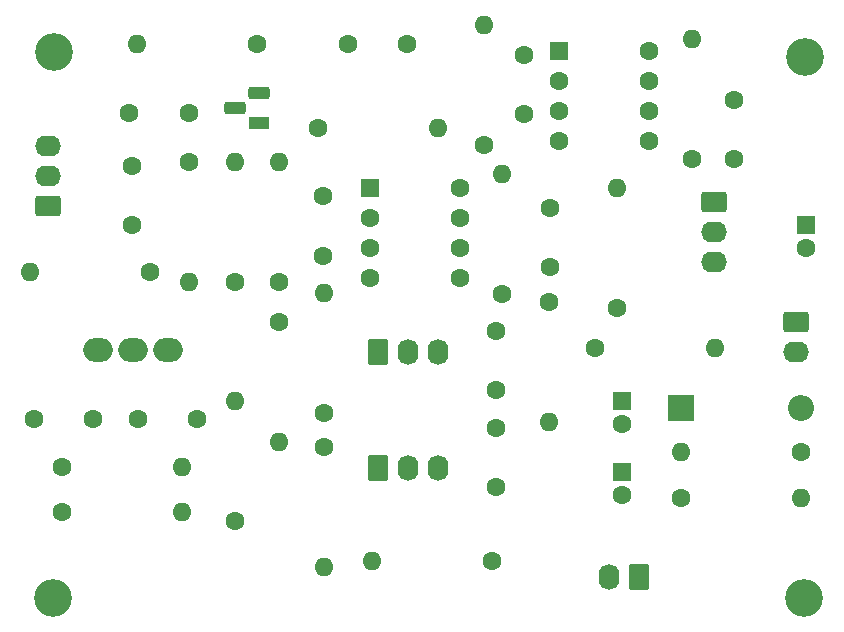
<source format=gbr>
%TF.GenerationSoftware,KiCad,Pcbnew,9.0.0*%
%TF.CreationDate,2026-01-13T09:09:25+00:00*%
%TF.ProjectId,GuitarMixer,47756974-6172-44d6-9978-65722e6b6963,V1.2*%
%TF.SameCoordinates,Original*%
%TF.FileFunction,Soldermask,Bot*%
%TF.FilePolarity,Negative*%
%FSLAX46Y46*%
G04 Gerber Fmt 4.6, Leading zero omitted, Abs format (unit mm)*
G04 Created by KiCad (PCBNEW 9.0.0) date 2026-01-13 09:09:25*
%MOMM*%
%LPD*%
G01*
G04 APERTURE LIST*
G04 Aperture macros list*
%AMRoundRect*
0 Rectangle with rounded corners*
0 $1 Rounding radius*
0 $2 $3 $4 $5 $6 $7 $8 $9 X,Y pos of 4 corners*
0 Add a 4 corners polygon primitive as box body*
4,1,4,$2,$3,$4,$5,$6,$7,$8,$9,$2,$3,0*
0 Add four circle primitives for the rounded corners*
1,1,$1+$1,$2,$3*
1,1,$1+$1,$4,$5*
1,1,$1+$1,$6,$7*
1,1,$1+$1,$8,$9*
0 Add four rect primitives between the rounded corners*
20,1,$1+$1,$2,$3,$4,$5,0*
20,1,$1+$1,$4,$5,$6,$7,0*
20,1,$1+$1,$6,$7,$8,$9,0*
20,1,$1+$1,$8,$9,$2,$3,0*%
G04 Aperture macros list end*
%ADD10C,1.600000*%
%ADD11O,1.600000X1.600000*%
%ADD12R,1.600000X1.600000*%
%ADD13RoundRect,0.250000X-0.620000X-0.845000X0.620000X-0.845000X0.620000X0.845000X-0.620000X0.845000X0*%
%ADD14O,1.740000X2.190000*%
%ADD15C,3.200000*%
%ADD16RoundRect,0.250000X0.845000X-0.620000X0.845000X0.620000X-0.845000X0.620000X-0.845000X-0.620000X0*%
%ADD17O,2.190000X1.740000*%
%ADD18R,1.800000X1.100000*%
%ADD19RoundRect,0.275000X0.625000X-0.275000X0.625000X0.275000X-0.625000X0.275000X-0.625000X-0.275000X0*%
%ADD20RoundRect,0.250000X-0.845000X0.620000X-0.845000X-0.620000X0.845000X-0.620000X0.845000X0.620000X0*%
%ADD21O,2.500000X2.000000*%
%ADD22RoundRect,0.250000X-0.550000X-0.550000X0.550000X-0.550000X0.550000X0.550000X-0.550000X0.550000X0*%
%ADD23R,2.200000X2.200000*%
%ADD24O,2.200000X2.200000*%
%ADD25RoundRect,0.250000X0.620000X0.845000X-0.620000X0.845000X-0.620000X-0.845000X0.620000X-0.845000X0*%
G04 APERTURE END LIST*
D10*
%TO.C,R3*%
X161800000Y-68700000D03*
D11*
X161800000Y-58540000D03*
%TD*%
D10*
%TO.C,R5*%
X171080000Y-93500000D03*
D11*
X160920000Y-93500000D03*
%TD*%
D10*
%TO.C,C1*%
X147600000Y-64900000D03*
X147600000Y-59900000D03*
%TD*%
%TO.C,C2*%
X165400000Y-68700000D03*
X165400000Y-63700000D03*
%TD*%
D12*
%TO.C,C5*%
X155900000Y-89200000D03*
D10*
X155900000Y-91200000D03*
%TD*%
D12*
%TO.C,C3*%
X171500000Y-74300000D03*
D10*
X171500000Y-76300000D03*
%TD*%
%TO.C,R201*%
X108520000Y-94800000D03*
D11*
X118680000Y-94800000D03*
%TD*%
D12*
%TO.C,C4*%
X155900000Y-95200000D03*
D10*
X155900000Y-97200000D03*
%TD*%
D13*
%TO.C,J3*%
X135220000Y-94900000D03*
D14*
X137760000Y-94900000D03*
X140300000Y-94900000D03*
%TD*%
D10*
%TO.C,C102*%
X114200000Y-64800000D03*
X119200000Y-64800000D03*
%TD*%
%TO.C,R204*%
X123100000Y-99380000D03*
D11*
X123100000Y-89220000D03*
%TD*%
D10*
%TO.C,C205*%
X145200000Y-91500000D03*
X145200000Y-96500000D03*
%TD*%
D15*
%TO.C,REF\u002A\u002A*%
X107800000Y-59700000D03*
%TD*%
D10*
%TO.C,R107*%
X126900000Y-79160000D03*
D11*
X126900000Y-69000000D03*
%TD*%
D16*
%TO.C,J1*%
X107320000Y-72740000D03*
D17*
X107320000Y-70200000D03*
X107320000Y-67660000D03*
%TD*%
D10*
%TO.C,R1*%
X144200000Y-67500000D03*
D11*
X144200000Y-57340000D03*
%TD*%
D10*
%TO.C,R108*%
X130700000Y-93100000D03*
D11*
X130700000Y-103260000D03*
%TD*%
D10*
%TO.C,C203*%
X114880000Y-90700000D03*
X119880000Y-90700000D03*
%TD*%
D15*
%TO.C,REF\u002A\u002A*%
X171300000Y-105900000D03*
%TD*%
D13*
%TO.C,J2*%
X135260000Y-85100000D03*
D14*
X137800000Y-85100000D03*
X140340000Y-85100000D03*
%TD*%
D10*
%TO.C,C105*%
X145200000Y-83300000D03*
X145200000Y-88300000D03*
%TD*%
D15*
%TO.C,REF\u002A\u002A*%
X171400000Y-60100000D03*
%TD*%
D10*
%TO.C,R102*%
X124980000Y-59000000D03*
D11*
X114820000Y-59000000D03*
%TD*%
D18*
%TO.C,Q1*%
X125200000Y-65640000D03*
D19*
X123130000Y-64370000D03*
X125200000Y-63100000D03*
%TD*%
D10*
%TO.C,R2*%
X155500000Y-81360000D03*
D11*
X155500000Y-71200000D03*
%TD*%
D10*
%TO.C,R208*%
X144880000Y-102800000D03*
D11*
X134720000Y-102800000D03*
%TD*%
D10*
%TO.C,R1011*%
X119200000Y-69000000D03*
D11*
X119200000Y-79160000D03*
%TD*%
D10*
%TO.C,R103*%
X130140000Y-66100000D03*
D11*
X140300000Y-66100000D03*
%TD*%
D20*
%TO.C,J5*%
X170600000Y-82500000D03*
D17*
X170600000Y-85040000D03*
%TD*%
D20*
%TO.C,J6*%
X163700000Y-72400000D03*
D17*
X163700000Y-74940000D03*
X163700000Y-77480000D03*
%TD*%
D10*
%TO.C,R207*%
X145700000Y-80160000D03*
D11*
X145700000Y-70000000D03*
%TD*%
D10*
%TO.C,C103*%
X132720000Y-59000000D03*
X137720000Y-59000000D03*
%TD*%
D21*
%TO.C,SW1*%
X111500000Y-84900000D03*
X114500000Y-84900000D03*
X117500000Y-84900000D03*
%TD*%
D10*
%TO.C,C204*%
X149800000Y-77900000D03*
X149800000Y-72900000D03*
%TD*%
D22*
%TO.C,U2*%
X150580000Y-59600000D03*
D10*
X150580000Y-62140000D03*
X150580000Y-64680000D03*
X150580000Y-67220000D03*
X158200000Y-67220000D03*
X158200000Y-64680000D03*
X158200000Y-62140000D03*
X158200000Y-59600000D03*
%TD*%
%TO.C,R1012*%
X115900000Y-78300000D03*
D11*
X105740000Y-78300000D03*
%TD*%
D10*
%TO.C,R206*%
X149700000Y-80800000D03*
D11*
X149700000Y-90960000D03*
%TD*%
D23*
%TO.C,D1*%
X160920000Y-89800000D03*
D24*
X171080000Y-89800000D03*
%TD*%
D22*
%TO.C,U1*%
X134600000Y-71200000D03*
D10*
X134600000Y-73740000D03*
X134600000Y-76280000D03*
X134600000Y-78820000D03*
X142220000Y-78820000D03*
X142220000Y-76280000D03*
X142220000Y-73740000D03*
X142220000Y-71200000D03*
%TD*%
%TO.C,R6*%
X160920000Y-97400000D03*
D11*
X171080000Y-97400000D03*
%TD*%
D25*
%TO.C,J4*%
X157370000Y-104080000D03*
D14*
X154830000Y-104080000D03*
%TD*%
D10*
%TO.C,R104*%
X123100000Y-79160000D03*
D11*
X123100000Y-69000000D03*
%TD*%
D10*
%TO.C,R205*%
X108520000Y-98600000D03*
D11*
X118680000Y-98600000D03*
%TD*%
D10*
%TO.C,R105*%
X130700000Y-90260000D03*
D11*
X130700000Y-80100000D03*
%TD*%
D10*
%TO.C,R106*%
X126900000Y-82500000D03*
D11*
X126900000Y-92660000D03*
%TD*%
D10*
%TO.C,C104*%
X130600000Y-76900000D03*
X130600000Y-71900000D03*
%TD*%
%TO.C,C101*%
X114400000Y-69300000D03*
X114400000Y-74300000D03*
%TD*%
D15*
%TO.C,REF\u002A\u002A*%
X107700000Y-105900000D03*
%TD*%
D10*
%TO.C,C202*%
X106080000Y-90700000D03*
X111080000Y-90700000D03*
%TD*%
%TO.C,R4*%
X153620000Y-84700000D03*
D11*
X163780000Y-84700000D03*
%TD*%
M02*

</source>
